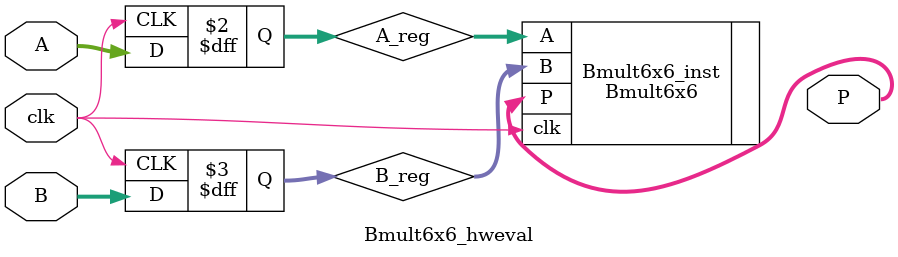
<source format=sv>
`timescale 1ns / 1ps

module Bmult6x6_hweval (
    input  logic          clk,
    input  logic [5  : 0] A,
    input  logic [5  : 0] B,
    output logic [11 : 0] P
    );

    logic [5 : 0] A_reg;
    logic [5 : 0] B_reg;

    always_ff @(posedge clk) begin
        A_reg <= A;
        B_reg <= B;
    end

    Bmult6x6 Bmult6x6_inst (
        .clk(clk  ),
        .A  (A_reg),
        .B  (B_reg),
        .P  (P    ));

endmodule
</source>
